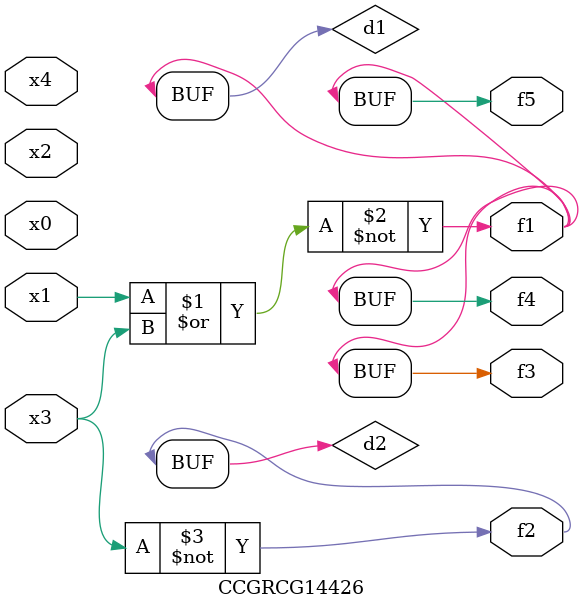
<source format=v>
module CCGRCG14426(
	input x0, x1, x2, x3, x4,
	output f1, f2, f3, f4, f5
);

	wire d1, d2;

	nor (d1, x1, x3);
	not (d2, x3);
	assign f1 = d1;
	assign f2 = d2;
	assign f3 = d1;
	assign f4 = d1;
	assign f5 = d1;
endmodule

</source>
